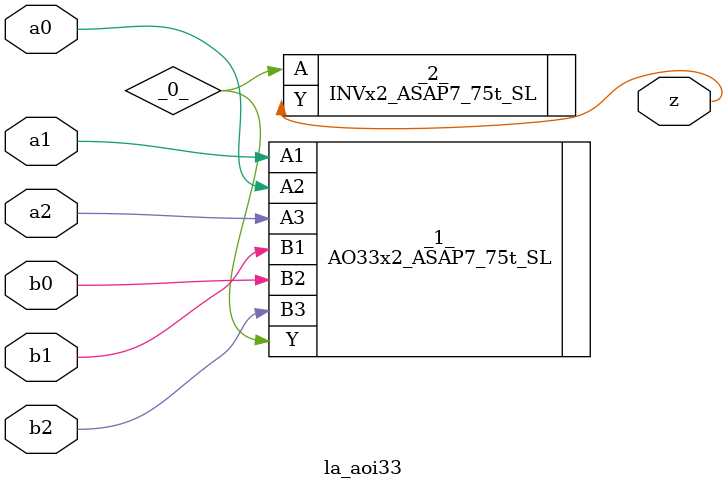
<source format=v>

/* Generated by Yosys 0.37 (git sha1 a5c7f69ed, clang 14.0.0-1ubuntu1.1 -fPIC -Os) */

module la_aoi33(a0, a1, a2, b0, b1, b2, z);
  wire _0_;
  input a0;
  wire a0;
  input a1;
  wire a1;
  input a2;
  wire a2;
  input b0;
  wire b0;
  input b1;
  wire b1;
  input b2;
  wire b2;
  output z;
  wire z;
  AO33x2_ASAP7_75t_SL _1_ (
    .A1(a1),
    .A2(a0),
    .A3(a2),
    .B1(b1),
    .B2(b0),
    .B3(b2),
    .Y(_0_)
  );
  INVx2_ASAP7_75t_SL _2_ (
    .A(_0_),
    .Y(z)
  );
endmodule

</source>
